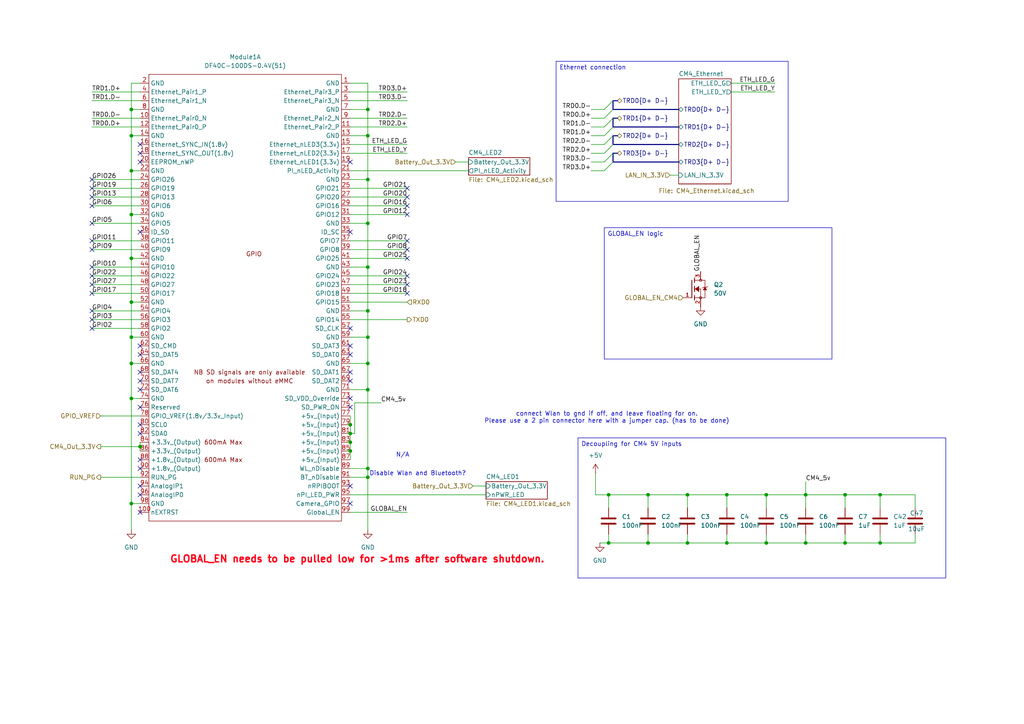
<source format=kicad_sch>
(kicad_sch (version 20250114) (generator "eeschema") (generator_version "9.0")
  (paper "A4")
  (title_block (date "2025-11-19") (rev "0") (company "Davide"))
  (lib_symbols
    (symbol "#dzdb:g_cap/C-100n-0603" (pin_numbers hide) (pin_names (offset 0.254))
      (property "Reference" "C" (at 0.635 2.54 0))
      (property "Value" "100nF" (at 0.635 -2.54 0))
      (symbol "g_cap/C-100n-0603_0_1"
        (polyline (pts (xy -2.032 0.762) (xy 2.032 0.762)) (stroke (width 0.508)))
        (polyline (pts (xy -2.032 -0.762) (xy 2.032 -0.762)) (stroke (width 0.508)))
      )
      (symbol "g_cap/C-100n-0603_1_1"
        (pin passive line (at 0 3.81 270) (length 2.794) (name "~") (number "1"))
        (pin passive line (at 0 -3.81 90) (length 2.794) (name "~") (number "2"))
      )
    )
    (symbol "#dzdb:g_cap/C-1u-0603" (pin_numbers hide) (pin_names (offset 0.254))
      (property "Reference" "C" (at 0.635 2.54 0))
      (property "Value" "1uF" (at 0.635 -2.54 0))
      (symbol "g_cap/C-1u-0603_0_1"
        (polyline (pts (xy -2.032 0.762) (xy 2.032 0.762)) (stroke (width 0.508)))
        (polyline (pts (xy -2.032 -0.762) (xy 2.032 -0.762)) (stroke (width 0.508)))
      )
      (symbol "g_cap/C-1u-0603_1_1"
        (pin passive line (at 0 3.81 270) (length 2.794) (name "~") (number "1"))
        (pin passive line (at 0 -3.81 90) (length 2.794) (name "~") (number "2"))
      )
    )
    (symbol "#dzdb:s_cap/C-MUR-GRM32EC72A106KE05" (pin_numbers hide) (pin_names (offset 0.254))
      (property "Reference" "C" (at 0.635 2.54 0))
      (property "Value" "10uF" (at 0.635 -2.54 0))
      (symbol "s_cap/C-MUR-GRM32EC72A106KE05_0_1"
        (polyline (pts (xy -2.032 0.762) (xy 2.032 0.762)) (stroke (width 0.508)))
        (polyline (pts (xy -2.032 -0.762) (xy 2.032 -0.762)) (stroke (width 0.508)))
      )
      (symbol "s_cap/C-MUR-GRM32EC72A106KE05_1_1"
        (pin passive line (at 0 3.81 270) (length 2.794) (name "~") (number "1"))
        (pin passive line (at 0 -3.81 90) (length 2.794) (name "~") (number "2"))
      )
    )
    (symbol "#dzdb:s_con/CON-DF40C-100DS-0.4V51"
      (property "Reference" "Module?" (at -2.54 61.595 0))
      (property "Value" "DF40C-100DS-0.4V(51)" (at -2.54 59.2836 0))
      (symbol "s_con/CON-DF40C-100DS-0.4V51_1_0"
        (text "GPIO" (at 0 6.35 0) (effects (font (size 1.27 1.27))))
      )
      (symbol "s_con/CON-DF40C-100DS-0.4V51_1_1"
        (rectangle (start -30.48 -71.12) (end 25.4 58.42))
        (text "600mA Max" (at -8.89 -48.26 0) (effects (font (size 1.27 1.27))))
        (text "600mA Max" (at -8.89 -53.34 0) (effects (font (size 1.27 1.27))))
        (text "NB SD signals are only available" (at -1.27 -27.94 0) (effects (font (size 1.27 1.27))))
        (text "on modules without eMMC" (at -1.27 -30.48 0) (effects (font (size 1.27 1.27))))
        (pin power_in line (at -33.02 55.88 0) (length 2.54) (name "GND") (number "2"))
        (pin passive line (at -33.02 53.34 0) (length 2.54) (name "Ethernet_Pair1_P") (number "4"))
        (pin passive line (at -33.02 50.8 0) (length 2.54) (name "Ethernet_Pair1_N") (number "6"))
        (pin power_in line (at -33.02 48.26 0) (length 2.54) (name "GND") (number "8"))
        (pin passive line (at -33.02 45.72 0) (length 2.54) (name "Ethernet_Pair0_N") (number "10"))
        (pin passive line (at -33.02 43.18 0) (length 2.54) (name "Ethernet_Pair0_P") (number "12"))
        (pin power_in line (at -33.02 40.64 0) (length 2.54) (name "GND") (number "14"))
        (pin input line (at -33.02 38.1 0) (length 2.54) (name "Ethernet_SYNC_IN(1.8v)") (number "16"))
        (pin input line (at -33.02 35.56 0) (length 2.54) (name "Ethernet_SYNC_OUT(1.8v)") (number "18"))
        (pin passive line (at -33.02 33.02 0) (length 2.54) (name "EEPROM_nWP") (number "20"))
        (pin power_in line (at -33.02 30.48 0) (length 2.54) (name "GND") (number "22"))
        (pin passive line (at -33.02 27.94 0) (length 2.54) (name "GPIO26") (number "24"))
        (pin passive line (at -33.02 25.4 0) (length 2.54) (name "GPIO19") (number "26"))
        (pin passive line (at -33.02 22.86 0) (length 2.54) (name "GPIO13") (number "28"))
        (pin passive line (at -33.02 20.32 0) (length 2.54) (name "GPIO6") (number "30"))
        (pin power_in line (at -33.02 17.78 0) (length 2.54) (name "GND") (number "32"))
        (pin passive line (at -33.02 15.24 0) (length 2.54) (name "GPIO5") (number "34"))
        (pin passive line (at -33.02 12.7 0) (length 2.54) (name "ID_SD") (number "36"))
        (pin passive line (at -33.02 10.16 0) (length 2.54) (name "GPIO11") (number "38"))
        (pin passive line (at -33.02 7.62 0) (length 2.54) (name "GPIO9") (number "40"))
        (pin power_in line (at -33.02 5.08 0) (length 2.54) (name "GND") (number "42"))
        (pin passive line (at -33.02 2.54 0) (length 2.54) (name "GPIO10") (number "44"))
        (pin passive line (at -33.02 0 0) (length 2.54) (name "GPIO22") (number "46"))
        (pin passive line (at -33.02 -2.54 0) (length 2.54) (name "GPIO27") (number "48"))
        (pin passive line (at -33.02 -5.08 0) (length 2.54) (name "GPIO17") (number "50"))
        (pin power_in line (at -33.02 -7.62 0) (length 2.54) (name "GND") (number "52"))
        (pin passive line (at -33.02 -10.16 0) (length 2.54) (name "GPIO4") (number "54"))
        (pin passive line (at -33.02 -12.7 0) (length 2.54) (name "GPIO3") (number "56"))
        (pin passive line (at -33.02 -15.24 0) (length 2.54) (name "GPIO2") (number "58"))
        (pin power_in line (at -33.02 -17.78 0) (length 2.54) (name "GND") (number "60"))
        (pin passive line (at -33.02 -20.32 0) (length 2.54) (name "SD_CMD") (number "62"))
        (pin passive line (at -33.02 -22.86 0) (length 2.54) (name "SD_DAT5") (number "64"))
        (pin power_in line (at -33.02 -25.4 0) (length 2.54) (name "GND") (number "66"))
        (pin passive line (at -33.02 -27.94 0) (length 2.54) (name "SD_DAT4") (number "68"))
        (pin passive line (at -33.02 -30.48 0) (length 2.54) (name "SD_DAT7") (number "70"))
        (pin passive line (at -33.02 -33.02 0) (length 2.54) (name "SD_DAT6") (number "72"))
        (pin power_in line (at -33.02 -35.56 0) (length 2.54) (name "GND") (number "74"))
        (pin passive line (at -33.02 -38.1 0) (length 2.54) (name "Reserved") (number "76"))
        (pin power_in line (at -33.02 -40.64 0) (length 2.54) (name "GPIO_VREF(1.8v/3.3v_Input)") (number "78"))
        (pin passive line (at -33.02 -43.18 0) (length 2.54) (name "SCL0") (number "80"))
        (pin passive line (at -33.02 -45.72 0) (length 2.54) (name "SDA0") (number "82"))
        (pin power_out line (at -33.02 -48.26 0) (length 2.54) (name "+3.3v_(Output)") (number "84"))
        (pin power_out line (at -33.02 -50.8 0) (length 2.54) (name "+3.3v_(Output)") (number "86"))
        (pin power_out line (at -33.02 -53.34 0) (length 2.54) (name "+1.8v_(Output)") (number "88"))
        (pin power_out line (at -33.02 -55.88 0) (length 2.54) (name "+1.8v_(Output)") (number "90"))
        (pin passive line (at -33.02 -58.42 0) (length 2.54) (name "RUN_PG") (number "92"))
        (pin passive line (at -33.02 -60.96 0) (length 2.54) (name "AnalogIP1") (number "94"))
        (pin passive line (at -33.02 -63.5 0) (length 2.54) (name "AnalogIP0") (number "96"))
        (pin power_in line (at -33.02 -66.04 0) (length 2.54) (name "GND") (number "98"))
        (pin output line (at -33.02 -68.58 0) (length 2.54) (name "nEXTRST") (number "100"))
        (pin power_in line (at 27.94 55.88 180) (length 2.54) (name "GND") (number "1"))
        (pin passive line (at 27.94 53.34 180) (length 2.54) (name "Ethernet_Pair3_P") (number "3"))
        (pin passive line (at 27.94 50.8 180) (length 2.54) (name "Ethernet_Pair3_N") (number "5"))
        (pin power_in line (at 27.94 48.26 180) (length 2.54) (name "GND") (number "7"))
        (pin passive line (at 27.94 45.72 180) (length 2.54) (name "Ethernet_Pair2_N") (number "9"))
        (pin passive line (at 27.94 43.18 180) (length 2.54) (name "Ethernet_Pair2_P") (number "11"))
        (pin power_in line (at 27.94 40.64 180) (length 2.54) (name "GND") (number "13"))
        (pin output line (at 27.94 38.1 180) (length 2.54) (name "Ethernet_nLED3(3.3v)") (number "15"))
        (pin output line (at 27.94 35.56 180) (length 2.54) (name "Ethernet_nLED2(3.3v)") (number "17"))
        (pin output line (at 27.94 33.02 180) (length 2.54) (name "Ethernet_nLED1(3.3v)") (number "19"))
        (pin open_collector line (at 27.94 30.48 180) (length 2.54) (name "PI_nLED_Activity") (number "21"))
        (pin power_in line (at 27.94 27.94 180) (length 2.54) (name "GND") (number "23"))
        (pin passive line (at 27.94 25.4 180) (length 2.54) (name "GPIO21") (number "25"))
        (pin passive line (at 27.94 22.86 180) (length 2.54) (name "GPIO20") (number "27"))
        (pin passive line (at 27.94 20.32 180) (length 2.54) (name "GPIO16") (number "29"))
        (pin passive line (at 27.94 17.78 180) (length 2.54) (name "GPIO12") (number "31"))
        (pin power_in line (at 27.94 15.24 180) (length 2.54) (name "GND") (number "33"))
        (pin passive line (at 27.94 12.7 180) (length 2.54) (name "ID_SC") (number "35"))
        (pin passive line (at 27.94 10.16 180) (length 2.54) (name "GPIO7") (number "37"))
        (pin passive line (at 27.94 7.62 180) (length 2.54) (name "GPIO8") (number "39"))
        (pin passive line (at 27.94 5.08 180) (length 2.54) (name "GPIO25") (number "41"))
        (pin power_in line (at 27.94 2.54 180) (length 2.54) (name "GND") (number "43"))
        (pin passive line (at 27.94 0 180) (length 2.54) (name "GPIO24") (number "45"))
        (pin passive line (at 27.94 -2.54 180) (length 2.54) (name "GPIO23") (number "47"))
        (pin passive line (at 27.94 -5.08 180) (length 2.54) (name "GPIO18") (number "49"))
        (pin passive line (at 27.94 -7.62 180) (length 2.54) (name "GPIO15") (number "51"))
        (pin power_in line (at 27.94 -10.16 180) (length 2.54) (name "GND") (number "53"))
        (pin passive line (at 27.94 -12.7 180) (length 2.54) (name "GPIO14") (number "55"))
        (pin passive line (at 27.94 -15.24 180) (length 2.54) (name "SD_CLK") (number "57"))
        (pin power_in line (at 27.94 -17.78 180) (length 2.54) (name "GND") (number "59"))
        (pin passive line (at 27.94 -20.32 180) (length 2.54) (name "SD_DAT3") (number "61"))
        (pin passive line (at 27.94 -22.86 180) (length 2.54) (name "SD_DAT0") (number "63"))
        (pin power_in line (at 27.94 -25.4 180) (length 2.54) (name "GND") (number "65"))
        (pin passive line (at 27.94 -27.94 180) (length 2.54) (name "SD_DAT1") (number "67"))
        (pin passive line (at 27.94 -30.48 180) (length 2.54) (name "SD_DAT2") (number "69"))
        (pin power_in line (at 27.94 -33.02 180) (length 2.54) (name "GND") (number "71"))
        (pin input line (at 27.94 -35.56 180) (length 2.54) (name "SD_VDD_Override") (number "73"))
        (pin output line (at 27.94 -38.1 180) (length 2.54) (name "SD_PWR_ON") (number "75"))
        (pin power_in line (at 27.94 -40.64 180) (length 2.54) (name "+5v_(Input)") (number "77"))
        (pin power_in line (at 27.94 -43.18 180) (length 2.54) (name "+5v_(Input)") (number "79"))
        (pin power_in line (at 27.94 -45.72 180) (length 2.54) (name "+5v_(Input)") (number "81"))
        (pin power_in line (at 27.94 -48.26 180) (length 2.54) (name "+5v_(Input)") (number "83"))
        (pin power_in line (at 27.94 -50.8 180) (length 2.54) (name "+5v_(Input)") (number "85"))
        (pin power_in line (at 27.94 -53.34 180) (length 2.54) (name "+5v_(Input)") (number "87"))
        (pin input line (at 27.94 -55.88 180) (length 2.54) (name "WL_nDisable") (number "89"))
        (pin input line (at 27.94 -58.42 180) (length 2.54) (name "BT_nDisable") (number "91"))
        (pin input line (at 27.94 -60.96 180) (length 2.54) (name "nRPIBOOT") (number "93"))
        (pin output line (at 27.94 -63.5 180) (length 2.54) (name "nPI_LED_PWR") (number "95"))
        (pin passive line (at 27.94 -66.04 180) (length 2.54) (name "Camera_GPIO") (number "97"))
        (pin input line (at 27.94 -68.58 180) (length 2.54) (name "Global_EN") (number "99"))
      )
      (symbol "s_con/CON-DF40C-100DS-0.4V51_2_1"
        (rectangle (start 114.3 -66.04) (end 165.1 63.5))
        (text "High Speed Serial" (at 140.97 0 0) (effects (font (size 1.27 1.27))))
        (pin input line (at 109.22 60.96 0) (length 5.08) (name "PCIe_CLK_nREQ") (number "102"))
        (pin passive line (at 109.22 58.42 0) (length 5.08) (name "Reserved") (number "104"))
        (pin passive line (at 109.22 55.88 0) (length 5.08) (name "Reserved") (number "106"))
        (pin power_in line (at 109.22 53.34 0) (length 5.08) (name "GND") (number "108"))
        (pin output line (at 109.22 50.8 0) (length 5.08) (name "PCIe_CLK_P") (number "110"))
        (pin output line (at 109.22 48.26 0) (length 5.08) (name "PCIe_CLK_N") (number "112"))
        (pin power_in line (at 109.22 45.72 0) (length 5.08) (name "GND") (number "114"))
        (pin input line (at 109.22 43.18 0) (length 5.08) (name "PCIe_RX_P") (number "116"))
        (pin input line (at 109.22 40.64 0) (length 5.08) (name "PCIe_RX_N") (number "118"))
        (pin power_in line (at 109.22 38.1 0) (length 5.08) (name "GND") (number "120"))
        (pin output line (at 109.22 35.56 0) (length 5.08) (name "PCIe_TX_P") (number "122"))
        (pin output line (at 109.22 33.02 0) (length 5.08) (name "PCIe_TX_N") (number "124"))
        (pin power_in line (at 109.22 30.48 0) (length 5.08) (name "GND") (number "126"))
        (pin input line (at 109.22 27.94 0) (length 5.08) (name "CAM0_D0_N") (number "128"))
        (pin input line (at 109.22 25.4 0) (length 5.08) (name "CAM0_D0_P") (number "130"))
        (pin power_in line (at 109.22 22.86 0) (length 5.08) (name "GND") (number "132"))
        (pin input line (at 109.22 20.32 0) (length 5.08) (name "CAM0_D1_N") (number "134"))
        (pin input line (at 109.22 17.78 0) (length 5.08) (name "CAM0_D1_P") (number "136"))
        (pin power_in line (at 109.22 15.24 0) (length 5.08) (name "GND") (number "138"))
        (pin input line (at 109.22 12.7 0) (length 5.08) (name "CAM0_C_N") (number "140"))
        (pin input line (at 109.22 10.16 0) (length 5.08) (name "CAM0_C_P") (number "142"))
        (pin power_in line (at 109.22 7.62 0) (length 5.08) (name "GND") (number "144"))
        (pin output line (at 109.22 5.08 0) (length 5.08) (name "HDMI1_TX2_P") (number "146"))
        (pin output line (at 109.22 2.54 0) (length 5.08) (name "HDMI1_TX2_N") (number "148"))
        (pin power_in line (at 109.22 0 0) (length 5.08) (name "GND") (number "150"))
        (pin output line (at 109.22 -2.54 0) (length 5.08) (name "HDMI1_TX1_P") (number "152"))
        (pin output line (at 109.22 -5.08 0) (length 5.08) (name "HDMI1_TX1_N") (number "154"))
        (pin power_in line (at 109.22 -7.62 0) (length 5.08) (name "GND") (number "156"))
        (pin output line (at 109.22 -10.16 0) (length 5.08) (name "HDMI1_TX0_P") (number "158"))
        (pin output line (at 109.22 -12.7 0) (length 5.08) (name "HDMI1_TX0_N") (number "160"))
        (pin power_in line (at 109.22 -15.24 0) (length 5.08) (name "GND") (number "162"))
        (pin output line (at 109.22 -17.78 0) (length 5.08) (name "HDMI1_CLK_P") (number "164"))
        (pin output line (at 109.22 -20.32 0) (length 5.08) (name "HDMI1_CLK_N") (number "166"))
        (pin power_in line (at 109.22 -22.86 0) (length 5.08) (name "GND") (number "168"))
        (pin output line (at 109.22 -25.4 0) (length 5.08) (name "HDMI0_TX2_P") (number "170"))
        (pin output line (at 109.22 -27.94 0) (length 5.08) (name "HDMI0_TX2_N") (number "172"))
        (pin power_in line (at 109.22 -30.48 0) (length 5.08) (name "GND") (number "174"))
        (pin output line (at 109.22 -33.02 0) (length 5.08) (name "HDMI0_TX1_P") (number "176"))
        (pin output line (at 109.22 -35.56 0) (length 5.08) (name "HDMI0_TX1_N") (number "178"))
        (pin power_in line (at 109.22 -38.1 0) (length 5.08) (name "GND") (number "180"))
        (pin output line (at 109.22 -40.64 0) (length 5.08) (name "HDMI0_TX0_P") (number "182"))
        (pin output line (at 109.22 -43.18 0) (length 5.08) (name "HDMI0_TX0_N") (number "184"))
        (pin power_in line (at 109.22 -45.72 0) (length 5.08) (name "GND") (number "186"))
        (pin output line (at 109.22 -48.26 0) (length 5.08) (name "HDMI0_CLK_P") (number "188"))
        (pin output line (at 109.22 -50.8 0) (length 5.08) (name "HDMI0_CLK_N") (number "190"))
        (pin power_in line (at 109.22 -53.34 0) (length 5.08) (name "GND") (number "192"))
        (pin output line (at 109.22 -55.88 0) (length 5.08) (name "DSI1_D3_N") (number "194"))
        (pin output line (at 109.22 -58.42 0) (length 5.08) (name "DSI1_D3_P") (number "196"))
        (pin power_in line (at 109.22 -60.96 0) (length 5.08) (name "GND") (number "198"))
        (pin open_collector line (at 109.22 -63.5 0) (length 5.08) (name "HDMI0_SCL") (number "200"))
        (pin input line (at 170.18 60.96 180) (length 5.08) (name "USB_OTG_ID") (number "101"))
        (pin passive line (at 170.18 58.42 180) (length 5.08) (name "USB2_N") (number "103"))
        (pin passive line (at 170.18 55.88 180) (length 5.08) (name "USB2_P") (number "105"))
        (pin power_in line (at 170.18 53.34 180) (length 5.08) (name "GND") (number "107"))
        (pin bidirectional line (at 170.18 50.8 180) (length 5.08) (name "PCIe_nRST") (number "109"))
        (pin passive line (at 170.18 48.26 180) (length 5.08) (name "VDAC_COMP") (number "111"))
        (pin power_in line (at 170.18 45.72 180) (length 5.08) (name "GND") (number "113"))
        (pin input line (at 170.18 43.18 180) (length 5.08) (name "CAM1_D0_N") (number "115"))
        (pin input line (at 170.18 40.64 180) (length 5.08) (name "CAM1_D0_P") (number "117"))
        (pin power_in line (at 170.18 38.1 180) (length 5.08) (name "GND") (number "119"))
        (pin input line (at 170.18 35.56 180) (length 5.08) (name "CAM1_D1_N") (number "121"))
        (pin input line (at 170.18 33.02 180) (length 5.08) (name "CAM1_D1_P") (number "123"))
        (pin power_in line (at 170.18 30.48 180) (length 5.08) (name "GND") (number "125"))
        (pin input line (at 170.18 27.94 180) (length 5.08) (name "CAM1_C_N") (number "127"))
        (pin input line (at 170.18 25.4 180) (length 5.08) (name "CAM1_C_P") (number "129"))
        (pin power_in line (at 170.18 22.86 180) (length 5.08) (name "GND") (number "131"))
        (pin input line (at 170.18 20.32 180) (length 5.08) (name "CAM1_D2_N") (number "133"))
        (pin input line (at 170.18 17.78 180) (length 5.08) (name "CAM1_D2_P") (number "135"))
        (pin power_in line (at 170.18 15.24 180) (length 5.08) (name "GND") (number "137"))
        (pin input line (at 170.18 12.7 180) (length 5.08) (name "CAM1_D3_N") (number "139"))
        (pin input line (at 170.18 10.16 180) (length 5.08) (name "CAM1_D3_P") (number "141"))
        (pin input line (at 170.18 7.62 180) (length 5.08) (name "HDMI1_HOTPLUG") (number "143"))
        (pin bidirectional line (at 170.18 5.08 180) (length 5.08) (name "HDMI1_SDA") (number "145"))
        (pin open_collector line (at 170.18 2.54 180) (length 5.08) (name "HDMI1_SCL") (number "147"))
        (pin open_collector line (at 170.18 0 180) (length 5.08) (name "HDMI1_CEC") (number "149"))
        (pin open_collector line (at 170.18 -2.54 180) (length 5.08) (name "HDMI0_CEC") (number "151"))
        (pin input line (at 170.18 -5.08 180) (length 5.08) (name "HDMI0_HOTPLUG") (number "153"))
        (pin power_in line (at 170.18 -7.62 180) (length 5.08) (name "GND") (number "155"))
        (pin output line (at 170.18 -10.16 180) (length 5.08) (name "DSI0_D0_N") (number "157"))
        (pin output line (at 170.18 -12.7 180) (length 5.08) (name "DSI0_D0_P") (number "159"))
        (pin power_in line (at 170.18 -15.24 180) (length 5.08) (name "GND") (number "161"))
        (pin output line (at 170.18 -17.78 180) (length 5.08) (name "DSI0_D1_N") (number "163"))
        (pin output line (at 170.18 -20.32 180) (length 5.08) (name "DSI0_D1_P") (number "165"))
        (pin power_in line (at 170.18 -22.86 180) (length 5.08) (name "GND") (number "167"))
        (pin output line (at 170.18 -25.4 180) (length 5.08) (name "DSI0_C_N") (number "169"))
        (pin output line (at 170.18 -27.94 180) (length 5.08) (name "DSI0_C_P") (number "171"))
        (pin power_in line (at 170.18 -30.48 180) (length 5.08) (name "GND") (number "173"))
        (pin output line (at 170.18 -33.02 180) (length 5.08) (name "DSI1_D0_N") (number "175"))
        (pin output line (at 170.18 -35.56 180) (length 5.08) (name "DSI1_D0_P") (number "177"))
        (pin power_in line (at 170.18 -38.1 180) (length 5.08) (name "GND") (number "179"))
        (pin output line (at 170.18 -40.64 180) (length 5.08) (name "DSI1_D1_N") (number "181"))
        (pin output line (at 170.18 -43.18 180) (length 5.08) (name "DSI1_D1_P") (number "183"))
        (pin power_in line (at 170.18 -45.72 180) (length 5.08) (name "GND") (number "185"))
        (pin output line (at 170.18 -48.26 180) (length 5.08) (name "DSI1_C_N") (number "187"))
        (pin output line (at 170.18 -50.8 180) (length 5.08) (name "DSI1_C_P") (number "189"))
        (pin power_in line (at 170.18 -53.34 180) (length 5.08) (name "GND") (number "191"))
        (pin output line (at 170.18 -55.88 180) (length 5.08) (name "DSI1_D2_N") (number "193"))
        (pin output line (at 170.18 -58.42 180) (length 5.08) (name "DSI1_D2_P") (number "195"))
        (pin power_in line (at 170.18 -60.96 180) (length 5.08) (name "GND") (number "197"))
        (pin bidirectional line (at 170.18 -63.5 180) (length 5.08) (name "HDMI0_SDA") (number "199"))
      )
    )
    (symbol "#dzdb:s_misc/ONSE-BSS138" (pin_names (offset 1.016))
      (property "Reference" "Q" (at -8.89 2.54 0))
      (property "Value" "50V" (at -8.89 -7.62 0))
      (symbol "s_misc/ONSE-BSS138_0_0"
        (polyline (pts (xy 0 2.54) (xy 0 -2.54)) (stroke (width 0.254)))
        (polyline (pts (xy 0.762 3.175) (xy 0.762 2.54)) (stroke (width 0.254)))
        (polyline (pts (xy 0.762 2.54) (xy 0.762 1.905)) (stroke (width 0.254)))
        (polyline (pts (xy 0.762 2.54) (xy 3.81 2.54)) (stroke (width 0.1524)))
        (polyline (pts (xy 0.762 0.762) (xy 0.762 0)) (stroke (width 0.254)))
        (polyline (pts (xy 0.762 0) (xy 0.762 -0.762)) (stroke (width 0.254)))
        (polyline (pts (xy 0.762 0) (xy 2.54 0)) (stroke (width 0.1524)))
        (polyline (pts (xy 0.762 -1.905) (xy 0.762 -2.54)) (stroke (width 0.254)))
        (polyline (pts (xy 0.762 -2.54) (xy 0.762 -3.175)) (stroke (width 0.254)))
        (polyline (pts (xy 1.016 0) (xy 2.032 0.762) (xy 2.032 -0.762) (xy 1.016 0)) (stroke (width 0.1524)) (fill (type outline)))
        (circle (center 2.54 2.54) (radius 0.3592))
        (polyline (pts (xy 2.54 0) (xy 2.54 -2.54)) (stroke (width 0.1524)))
        (polyline (pts (xy 2.54 -2.54) (xy 0.762 -2.54)) (stroke (width 0.1524)))
        (polyline (pts (xy 2.54 -2.54) (xy 3.81 -2.54)) (stroke (width 0.1524)))
        (circle (center 2.54 -2.54) (radius 0.3592))
        (polyline (pts (xy 3.302 0.508) (xy 3.048 0.254)) (stroke (width 0.1524)))
        (polyline (pts (xy 3.81 2.54) (xy 3.81 0.508)) (stroke (width 0.1524)))
        (polyline (pts (xy 3.81 0.508) (xy 3.302 0.508)) (stroke (width 0.1524)))
        (polyline (pts (xy 3.81 0.508) (xy 3.81 -2.54)) (stroke (width 0.1524)))
        (polyline (pts (xy 3.81 0.508) (xy 3.302 -0.254) (xy 4.318 -0.254) (xy 3.81 0.508)) (stroke (width 0.1524)) (fill (type outline)))
        (polyline (pts (xy 4.318 0.508) (xy 3.81 0.508)) (stroke (width 0.1524)))
        (polyline (pts (xy 4.572 0.762) (xy 4.318 0.508)) (stroke (width 0.1524)))
        (pin passive line (at -2.54 -2.54 0) (length 2.54) (name "~") (number "1"))
        (pin passive line (at 2.54 5.08 270) (length 2.54) (name "~") (number "3"))
        (pin passive line (at 2.54 -5.08 90) (length 2.54) (name "~") (number "2"))
      )
    )
    (symbol "power:+5V" (power) (pin_numbers hide) (pin_names (offset 0) hide)
      (property "Value" "+5V" (at 0 3.556 0))
      (symbol "+5V_0_1"
        (polyline (pts (xy -0.762 1.27) (xy 0 2.54)))
        (polyline (pts (xy 0 2.54) (xy 0.762 1.27)))
        (polyline (pts (xy 0 0) (xy 0 2.54)))
      )
      (symbol "+5V_1_1"
        (pin power_in line (at 0 0 90) (length 0) (name "~") (number "1"))
      )
    )
    (symbol "power:GND" (power) (pin_numbers hide) (pin_names (offset 0) hide)
      (property "Value" "GND" (at 0 -3.81 0))
      (symbol "GND_0_1"
        (polyline (pts (xy 0 0) (xy 0 -1.27) (xy 1.27 -1.27) (xy 0 -2.54) (xy -1.27 -1.27) (xy 0 -1.27)))
      )
      (symbol "GND_1_1"
        (pin power_in line (at 0 0 270) (length 0) (name "~") (number "1"))
      )
    )
  )
  (junction (at 222.25 157.48))
  (junction (at 106.68 97.79))
  (junction (at 222.25 143.51))
  (junction (at 187.96 143.51))
  (junction (at 106.68 64.77))
  (junction (at 199.39 143.51))
  (junction (at 255.27 157.48))
  (junction (at 106.68 138.43))
  (junction (at 40.64 129.54))
  (junction (at 38.1 146.05))
  (junction (at 255.27 143.51))
  (junction (at 106.68 90.17))
  (junction (at 233.68 157.48))
  (junction (at 38.1 115.57))
  (junction (at 233.68 143.51))
  (junction (at 38.1 87.63))
  (junction (at 106.68 31.75))
  (junction (at 176.53 143.51))
  (junction (at 106.68 77.47))
  (junction (at 106.68 113.03))
  (junction (at 210.82 143.51))
  (junction (at 38.1 39.37))
  (junction (at 245.11 157.48))
  (junction (at 187.96 157.48))
  (junction (at 101.6 128.27))
  (junction (at 38.1 49.53))
  (junction (at 101.6 125.73))
  (junction (at 106.68 52.07))
  (junction (at 101.6 130.81))
  (junction (at 101.6 123.19))
  (junction (at 106.68 105.41))
  (junction (at 176.53 157.48))
  (junction (at 199.39 157.48))
  (junction (at 210.82 157.48))
  (junction (at 38.1 74.93))
  (junction (at 38.1 62.23))
  (junction (at 38.1 105.41))
  (junction (at 38.1 31.75))
  (junction (at 106.68 135.89))
  (junction (at 106.68 39.37))
  (junction (at 38.1 97.79))
  (junction (at 245.11 143.51))
  (no_connect (at 40.64 100.33))
  (no_connect (at 26.67 69.85))
  (no_connect (at 26.67 54.61))
  (no_connect (at 118.11 74.93))
  (no_connect (at 40.64 41.91))
  (no_connect (at 40.64 125.73))
  (no_connect (at 26.67 77.47))
  (no_connect (at 101.6 140.97))
  (no_connect (at 26.67 92.71))
  (no_connect (at 101.6 146.05))
  (no_connect (at 118.11 82.55))
  (no_connect (at 26.67 80.01))
  (no_connect (at 101.6 46.99))
  (no_connect (at 26.67 57.15))
  (no_connect (at 101.6 95.25))
  (no_connect (at 118.11 59.69))
  (no_connect (at 101.6 115.57))
  (no_connect (at 40.64 123.19))
  (no_connect (at 118.11 62.23))
  (no_connect (at 118.11 54.61))
  (no_connect (at 101.6 118.11))
  (no_connect (at 40.64 102.87))
  (no_connect (at 26.67 64.77))
  (no_connect (at 40.64 44.45))
  (no_connect (at 118.11 85.09))
  (no_connect (at 26.67 52.07))
  (no_connect (at 101.6 102.87))
  (no_connect (at 101.6 67.31))
  (no_connect (at 40.64 107.95))
  (no_connect (at 40.64 67.31))
  (no_connect (at 26.67 85.09))
  (no_connect (at 26.67 95.25))
  (no_connect (at 118.11 57.15))
  (no_connect (at 101.6 100.33))
  (no_connect (at 26.67 59.69))
  (no_connect (at 40.64 143.51))
  (no_connect (at 101.6 110.49))
  (no_connect (at 101.6 107.95))
  (no_connect (at 40.64 140.97))
  (no_connect (at 40.64 148.59))
  (no_connect (at 26.67 90.17))
  (no_connect (at 118.11 80.01))
  (no_connect (at 40.64 118.11))
  (no_connect (at 40.64 133.35))
  (no_connect (at 40.64 135.89))
  (no_connect (at 40.64 110.49))
  (no_connect (at 26.67 72.39))
  (no_connect (at 118.11 72.39))
  (no_connect (at 26.67 82.55))
  (no_connect (at 118.11 69.85))
  (no_connect (at 40.64 113.03))
  (no_connect (at 40.64 46.99))
  (bus_entry (at 177.8 34.29) (size -2.54 2.54))
  (bus_entry (at 177.8 36.83) (size -2.54 2.54))
  (bus_entry (at 177.8 31.75) (size -2.54 2.54))
  (bus_entry (at 177.8 41.91) (size -2.54 2.54))
  (bus_entry (at 177.8 46.99) (size -2.54 2.54))
  (bus_entry (at 177.8 44.45) (size -2.54 2.54))
  (bus_entry (at 177.8 39.37) (size -2.54 2.54))
  (bus_entry (at 177.8 29.21) (size -2.54 2.54))
  (wire (pts (xy 38.1 31.75) (xy 38.1 39.37)))
  (wire (pts (xy 106.68 138.43) (xy 106.68 153.67)))
  (wire (pts (xy 40.64 128.27) (xy 40.64 129.54)))
  (wire (pts (xy 40.64 129.54) (xy 40.64 130.81)))
  (wire (pts (xy 101.6 113.03) (xy 106.68 113.03)))
  (wire (pts (xy 106.68 64.77) (xy 106.68 77.47)))
  (wire (pts (xy 101.6 90.17) (xy 106.68 90.17)))
  (wire (pts (xy 265.43 154.94) (xy 265.43 157.48)))
  (wire (pts (xy 101.6 120.65) (xy 101.6 123.19)))
  (wire (pts (xy 101.6 52.07) (xy 106.68 52.07)))
  (wire (pts (xy 175.26 46.99) (xy 171.45 46.99)))
  (wire (pts (xy 224.79 26.67) (xy 212.09 26.67)))
  (wire (pts (xy 245.11 143.51) (xy 245.11 147.32)))
  (wire (pts (xy 106.68 77.47) (xy 106.68 90.17)))
  (wire (pts (xy 101.6 80.01) (xy 118.11 80.01)))
  (wire (pts (xy 101.6 57.15) (xy 118.11 57.15)))
  (wire (pts (xy 175.26 31.75) (xy 171.45 31.75)))
  (wire (pts (xy 101.6 130.81) (xy 101.6 133.35)))
  (wire (pts (xy 106.68 97.79) (xy 106.68 105.41)))
  (wire (pts (xy 101.6 64.77) (xy 106.68 64.77)))
  (wire (pts (xy 101.6 59.69) (xy 118.11 59.69)))
  (wire (pts (xy 26.67 95.25) (xy 40.64 95.25)))
  (wire (pts (xy 40.64 62.23) (xy 38.1 62.23)))
  (wire (pts (xy 233.68 154.94) (xy 233.68 157.48)))
  (wire (pts (xy 233.68 143.51) (xy 222.25 143.51)))
  (wire (pts (xy 187.96 157.48) (xy 199.39 157.48)))
  (bus (pts (xy 179.07 29.21) (xy 177.8 29.21)))
  (wire (pts (xy 106.68 135.89) (xy 106.68 138.43)))
  (wire (pts (xy 255.27 157.48) (xy 265.43 157.48)))
  (wire (pts (xy 101.6 72.39) (xy 118.11 72.39)))
  (wire (pts (xy 175.26 44.45) (xy 171.45 44.45)))
  (wire (pts (xy 233.68 139.7) (xy 233.68 143.51)))
  (wire (pts (xy 40.64 87.63) (xy 38.1 87.63)))
  (wire (pts (xy 38.1 39.37) (xy 38.1 49.53)))
  (wire (pts (xy 210.82 143.51) (xy 199.39 143.51)))
  (wire (pts (xy 101.6 92.71) (xy 118.11 92.71)))
  (wire (pts (xy 26.67 92.71) (xy 40.64 92.71)))
  (wire (pts (xy 101.6 24.13) (xy 106.68 24.13)))
  (wire (pts (xy 106.68 105.41) (xy 106.68 113.03)))
  (wire (pts (xy 40.64 49.53) (xy 38.1 49.53)))
  (wire (pts (xy 26.67 34.29) (xy 40.64 34.29)))
  (wire (pts (xy 172.72 137.16) (xy 172.72 143.51)))
  (wire (pts (xy 38.1 105.41) (xy 38.1 115.57)))
  (wire (pts (xy 38.1 62.23) (xy 38.1 74.93)))
  (wire (pts (xy 245.11 157.48) (xy 245.11 154.94)))
  (wire (pts (xy 132.08 46.99) (xy 135.89 46.99)))
  (wire (pts (xy 101.6 143.51) (xy 140.97 143.51)))
  (wire (pts (xy 38.1 146.05) (xy 38.1 153.67)))
  (wire (pts (xy 102.87 116.84) (xy 102.87 125.73)))
  (wire (pts (xy 101.6 44.45) (xy 118.11 44.45)))
  (wire (pts (xy 222.25 157.48) (xy 222.25 154.94)))
  (wire (pts (xy 101.6 39.37) (xy 106.68 39.37)))
  (wire (pts (xy 175.26 41.91) (xy 171.45 41.91)))
  (wire (pts (xy 26.67 90.17) (xy 40.64 90.17)))
  (bus (pts (xy 179.07 39.37) (xy 177.8 39.37)))
  (wire (pts (xy 40.64 115.57) (xy 38.1 115.57)))
  (wire (pts (xy 40.64 146.05) (xy 38.1 146.05)))
  (wire (pts (xy 101.6 31.75) (xy 106.68 31.75)))
  (wire (pts (xy 199.39 157.48) (xy 210.82 157.48)))
  (wire (pts (xy 175.26 36.83) (xy 171.45 36.83)))
  (wire (pts (xy 40.64 31.75) (xy 38.1 31.75)))
  (wire (pts (xy 245.11 143.51) (xy 255.27 143.51)))
  (wire (pts (xy 26.67 54.61) (xy 40.64 54.61)))
  (wire (pts (xy 26.67 36.83) (xy 40.64 36.83)))
  (wire (pts (xy 26.67 59.69) (xy 40.64 59.69)))
  (wire (pts (xy 176.53 157.48) (xy 187.96 157.48)))
  (wire (pts (xy 187.96 143.51) (xy 187.96 147.32)))
  (wire (pts (xy 137.16 140.97) (xy 140.97 140.97)))
  (wire (pts (xy 106.68 24.13) (xy 106.68 31.75)))
  (wire (pts (xy 222.25 157.48) (xy 233.68 157.48)))
  (wire (pts (xy 38.1 74.93) (xy 38.1 87.63)))
  (wire (pts (xy 26.67 29.21) (xy 40.64 29.21)))
  (wire (pts (xy 26.67 52.07) (xy 40.64 52.07)))
  (wire (pts (xy 38.1 115.57) (xy 38.1 146.05)))
  (wire (pts (xy 101.6 97.79) (xy 106.68 97.79)))
  (wire (pts (xy 101.6 135.89) (xy 106.68 135.89)))
  (wire (pts (xy 106.68 52.07) (xy 106.68 64.77)))
  (wire (pts (xy 101.6 87.63) (xy 118.11 87.63)))
  (wire (pts (xy 101.6 74.93) (xy 118.11 74.93)))
  (wire (pts (xy 40.64 74.93) (xy 38.1 74.93)))
  (wire (pts (xy 101.6 36.83) (xy 118.11 36.83)))
  (wire (pts (xy 26.67 72.39) (xy 40.64 72.39)))
  (wire (pts (xy 210.82 157.48) (xy 210.82 154.94)))
  (wire (pts (xy 176.53 143.51) (xy 172.72 143.51)))
  (wire (pts (xy 106.68 31.75) (xy 106.68 39.37)))
  (wire (pts (xy 222.25 143.51) (xy 222.25 147.32)))
  (wire (pts (xy 40.64 97.79) (xy 38.1 97.79)))
  (bus (pts (xy 177.8 29.21) (xy 177.8 31.75)))
  (wire (pts (xy 29.21 120.65) (xy 40.64 120.65)))
  (wire (pts (xy 26.67 57.15) (xy 40.64 57.15)))
  (wire (pts (xy 26.67 82.55) (xy 40.64 82.55)))
  (wire (pts (xy 106.68 39.37) (xy 106.68 52.07)))
  (wire (pts (xy 101.6 125.73) (xy 101.6 128.27)))
  (wire (pts (xy 175.26 34.29) (xy 171.45 34.29)))
  (wire (pts (xy 26.67 69.85) (xy 40.64 69.85)))
  (wire (pts (xy 26.67 80.01) (xy 40.64 80.01)))
  (wire (pts (xy 222.25 143.51) (xy 210.82 143.51)))
  (bus (pts (xy 177.8 44.45) (xy 177.8 46.99)))
  (wire (pts (xy 224.79 24.13) (xy 212.09 24.13)))
  (wire (pts (xy 101.6 82.55) (xy 118.11 82.55)))
  (wire (pts (xy 194.31 50.8) (xy 196.85 50.8)))
  (bus (pts (xy 177.8 31.75) (xy 196.85 31.75)))
  (wire (pts (xy 187.96 143.51) (xy 176.53 143.51)))
  (wire (pts (xy 26.67 64.77) (xy 40.64 64.77)))
  (bus (pts (xy 177.8 46.99) (xy 196.85 46.99)))
  (wire (pts (xy 38.1 87.63) (xy 38.1 97.79)))
  (wire (pts (xy 210.82 143.51) (xy 210.82 147.32)))
  (wire (pts (xy 102.87 116.84) (xy 110.49 116.84)))
  (wire (pts (xy 101.6 34.29) (xy 118.11 34.29)))
  (wire (pts (xy 176.53 143.51) (xy 176.53 147.32)))
  (wire (pts (xy 101.6 29.21) (xy 118.11 29.21)))
  (wire (pts (xy 233.68 143.51) (xy 233.68 147.32)))
  (wire (pts (xy 38.1 97.79) (xy 38.1 105.41)))
  (wire (pts (xy 175.26 49.53) (xy 171.45 49.53)))
  (wire (pts (xy 29.21 129.54) (xy 40.64 129.54)))
  (wire (pts (xy 101.6 41.91) (xy 118.11 41.91)))
  (wire (pts (xy 106.68 113.03) (xy 106.68 135.89)))
  (bus (pts (xy 177.8 36.83) (xy 196.85 36.83)))
  (wire (pts (xy 101.6 85.09) (xy 118.11 85.09)))
  (wire (pts (xy 199.39 157.48) (xy 199.39 154.94)))
  (wire (pts (xy 40.64 39.37) (xy 38.1 39.37)))
  (bus (pts (xy 179.07 44.45) (xy 177.8 44.45)))
  (bus (pts (xy 179.07 34.29) (xy 177.8 34.29)))
  (bus (pts (xy 177.8 39.37) (xy 177.8 41.91)))
  (wire (pts (xy 40.64 24.13) (xy 38.1 24.13)))
  (bus (pts (xy 177.8 34.29) (xy 177.8 36.83)))
  (wire (pts (xy 101.6 123.19) (xy 101.6 125.73)))
  (wire (pts (xy 173.99 157.48) (xy 176.53 157.48)))
  (wire (pts (xy 101.6 148.59) (xy 118.11 148.59)))
  (wire (pts (xy 38.1 49.53) (xy 38.1 62.23)))
  (wire (pts (xy 40.64 105.41) (xy 38.1 105.41)))
  (wire (pts (xy 26.67 77.47) (xy 40.64 77.47)))
  (wire (pts (xy 102.87 125.73) (xy 101.6 125.73)))
  (wire (pts (xy 101.6 77.47) (xy 106.68 77.47)))
  (wire (pts (xy 245.11 143.51) (xy 233.68 143.51)))
  (wire (pts (xy 38.1 24.13) (xy 38.1 31.75)))
  (wire (pts (xy 187.96 157.48) (xy 187.96 154.94)))
  (bus (pts (xy 177.8 41.91) (xy 196.85 41.91)))
  (wire (pts (xy 233.68 157.48) (xy 245.11 157.48)))
  (wire (pts (xy 199.39 143.51) (xy 199.39 147.32)))
  (wire (pts (xy 101.6 138.43) (xy 106.68 138.43)))
  (wire (pts (xy 106.68 90.17) (xy 106.68 97.79)))
  (wire (pts (xy 255.27 157.48) (xy 245.11 157.48)))
  (wire (pts (xy 101.6 105.41) (xy 106.68 105.41)))
  (wire (pts (xy 175.26 39.37) (xy 171.45 39.37)))
  (wire (pts (xy 101.6 26.67) (xy 118.11 26.67)))
  (wire (pts (xy 29.21 138.43) (xy 40.64 138.43)))
  (wire (pts (xy 101.6 54.61) (xy 118.11 54.61)))
  (wire (pts (xy 101.6 69.85) (xy 118.11 69.85)))
  (wire (pts (xy 210.82 157.48) (xy 222.25 157.48)))
  (wire (pts (xy 199.39 143.51) (xy 187.96 143.51)))
  (wire (pts (xy 26.67 85.09) (xy 40.64 85.09)))
  (wire (pts (xy 176.53 154.94) (xy 176.53 157.48)))
  (wire (pts (xy 101.6 62.23) (xy 118.11 62.23)))
  (wire (pts (xy 101.6 49.53) (xy 135.89 49.53)))
  (wire (pts (xy 255.27 143.51) (xy 255.27 147.32)))
  (wire (pts (xy 255.27 143.51) (xy 265.43 143.51)))
  (wire (pts (xy 26.67 26.67) (xy 40.64 26.67)))
  (wire (pts (xy 101.6 128.27) (xy 101.6 130.81)))
  (wire (pts (xy 255.27 154.94) (xy 255.27 157.48)))
  (wire (pts (xy 265.43 143.51) (xy 265.43 147.32)))
  (image (at 124.46 -27.94))
  (text_box "Ethernet connection" (at 161.29 17.78 0) (size 67.31 40.64) (margins 0.9525 0.9525 0.9525 0.9525) (effects (font (size 1.27 1.27)) (justify left top)))
  (text_box "GLOBAL_EN logic" (at 175.26 66.04 0) (size 66.04 38.1) (margins 0.9525 0.9525 0.9525 0.9525) (effects (font (size 1.27 1.27)) (justify left top)))
  (text_box "Decoupling for CM4 5V inputs" (at 167.64 127 0) (size 106.68 40.64) (margins 0.9525 0.9525 0.9525 0.9525) (effects (font (size 1.27 1.27)) (justify left top)))
  (text "N/A" (at 116.7877 132.0238 0) (effects (font (size 1.27 1.27))))
  (text "connect Wlan to gnd if off, and leave floating for on.\nPlease use a 2 pin connector here with a jumper cap. (has to be done)" (at 176.022 121.158 0) (effects (font (size 1.27 1.27))))
  (text "GLOBAL_EN needs to be pulled low for >1ms after software shutdown." (at 103.632 162.306 0) (effects (font (size 2 2) (thickness 0.4) (bold yes))))
  (text "Disable Wlan and Bluetooth?" (at 121.158 137.414 0) (effects (font (size 1.27 1.27))))
  (label "TRD3.D+" (at 118.11 26.67 180))
  (label "GPIO4" (at 26.67 90.17 0))
  (label "TRD1.D-" (at 26.67 29.21 0))
  (label "GPIO9" (at 26.67 72.39 0))
  (label "TRD2.D-" (at 118.11 34.29 180))
  (label "GPIO10" (at 26.67 77.47 0))
  (label "TRD2.D+" (at 171.45 44.45 180))
  (label "GPIO20" (at 118.11 57.15 180))
  (label "ETH_LED_G" (at 224.79 24.13 180))
  (label "TRD3.D-" (at 118.11 29.21 180))
  (label "GPIO22" (at 26.67 80.01 0))
  (label "GPIO7" (at 118.11 69.85 180))
  (label "GLOBAL_EN" (at 118.11 148.59 180))
  (label "TRD1.D+" (at 171.45 39.37 180))
  (label "GPIO23" (at 118.11 82.55 180))
  (label "GPIO19" (at 26.67 54.61 0))
  (label "TRD0.D+" (at 171.45 34.29 180))
  (label "CM4_5v" (at 233.68 139.7 0))
  (label "CM4_5v" (at 110.49 116.84 0))
  (label "GPIO2" (at 26.67 95.25 0))
  (label "GPIO21" (at 118.11 54.61 180))
  (label "GPIO24" (at 118.11 80.01 180))
  (label "GPIO5" (at 26.67 64.77 0))
  (label "TRD1.D-" (at 171.45 36.83 180))
  (label "GPIO26" (at 26.67 52.07 0))
  (label "GPIO13" (at 26.67 57.15 0))
  (label "GPIO11" (at 26.67 69.85 0))
  (label "GPIO27" (at 26.67 82.55 0))
  (label "GLOBAL_EN" (at 203.2 78.74 90))
  (label "TRD0.D-" (at 171.45 31.75 180))
  (label "TRD0.D+" (at 26.67 36.83 0))
  (label "GPIO12" (at 118.11 62.23 180))
  (label "TRD0.D-" (at 26.67 34.29 0))
  (label "GPIO8" (at 118.11 72.39 180))
  (label "ETH_LED_Y" (at 224.79 26.67 180))
  (label "GPIO16" (at 118.11 59.69 180))
  (label "TRD1.D+" (at 26.67 26.67 0))
  (label "GPIO25" (at 118.11 74.93 180))
  (label "TRD3.D-" (at 171.45 46.99 180))
  (label "ETH_LED_Y" (at 118.11 44.45 180))
  (label "ETH_LED_G" (at 118.11 41.91 180))
  (label "TRD3.D+" (at 171.45 49.53 180))
  (label "TRD2.D+" (at 118.11 36.83 180))
  (label "TRD2.D-" (at 171.45 41.91 180))
  (label "GPIO18" (at 118.11 85.09 180))
  (label "GPIO17" (at 26.67 85.09 0))
  (label "GPIO6" (at 26.67 59.69 0))
  (label "GPIO3" (at 26.67 92.71 0))
  (hierarchical_label "TXD0" (shape output) (at 118.11 92.71 0))
  (hierarchical_label "TRD1{D+ D-}" (shape bidirectional) (at 179.07 34.29 0))
  (hierarchical_label "RXD0" (shape input) (at 118.11 87.63 0))
  (hierarchical_label "RUN_PG" (shape output) (at 29.21 138.43 180))
  (hierarchical_label "TRD2{D+ D-}" (shape bidirectional) (at 179.07 39.37 0))
  (hierarchical_label "GLOBAL_EN_CM4" (shape input) (at 198.12 86.36 180))
  (hierarchical_label "GPIO_VREF" (shape input) (at 29.21 120.65 180))
  (hierarchical_label "TRD0{D+ D-}" (shape bidirectional) (at 179.07 29.21 0))
  (hierarchical_label "Battery_Out_3.3V" (shape input) (at 137.16 140.97 180))
  (hierarchical_label "TRD3{D+ D-}" (shape bidirectional) (at 179.07 44.45 0))
  (hierarchical_label "LAN_IN_3.3V" (shape input) (at 194.31 50.8 180))
  (hierarchical_label "CM4_Out_3.3V" (shape output) (at 29.21 129.54 180))
  (hierarchical_label "Battery_Out_3.3V" (shape input) (at 132.08 46.99 180))
  (symbol (lib_id "#dzdb:g_cap/C-100n-0603") (at 222.25 151.13 0) (unit 1)
    (property "Reference" "C5" (at 226.06 149.8599 0) (effects (justify left)))
    (property "Value" "100nF" (at 226.06 152.3999 0) (effects (justify left)))
    (property "Footprint" "Capacitor_SMD:C_0603_1608Metric" (effects (hide yes)))
    (property "Datasheet" "https://www.we-online.com/components/products/datasheet/885012206095.pdf" (effects (hide yes)))
    (property "Description" "Cap 100nF 50V 0603 C0G ±10%" (effects (hide yes)))
    (property "IPN" "C-100n-0603" (effects (hide yes)))
    (property "MPN" "885012206095" (effects (hide yes)))
    (property "Manufacturer" "Wurth Elektronik" (effects (hide yes)))
    (property "Capacitance" "100nF" (effects (hide yes)))
    (property "Voltage" "50V" (effects (hide yes)))
    (property "Material" "C0G" (effects (hide yes)))
    (property "Tolerance" "10%" (effects (hide yes)))
    (property "Supplier" "Mouser" (effects (hide yes)))
    (property "SPN" "710-885012206095" (effects (hide yes)))
    (property "LCSC" "CXXXXX" (effects (hide yes)))
    (property "Comment" "lifecycle=Active; note=Auto-generated" (effects (hide yes)))
  )
  (symbol (lib_id "power:GND") (at 203.2 88.9 0) (unit 1)
    (property "Reference" "#PWR040" (effects (hide yes)))
    (property "Value" "GND" (at 203.2 93.98 0))
    (property "Description" "Power symbol creates a global label with name \"GND\" , ground" (effects (hide yes)))
  )
  (symbol (lib_id "#dzdb:g_cap/C-100n-0603") (at 199.39 151.13 0) (unit 1)
    (property "Reference" "C3" (at 203.2 149.8599 0) (effects (justify left)))
    (property "Value" "100nF" (at 203.2 152.3999 0) (effects (justify left)))
    (property "Footprint" "Capacitor_SMD:C_0603_1608Metric" (effects (hide yes)))
    (property "Datasheet" "https://www.we-online.com/components/products/datasheet/885012206095.pdf" (effects (hide yes)))
    (property "Description" "Cap 100nF 50V 0603 C0G ±10%" (effects (hide yes)))
    (property "IPN" "C-100n-0603" (effects (hide yes)))
    (property "MPN" "885012206095" (effects (hide yes)))
    (property "Manufacturer" "Wurth Elektronik" (effects (hide yes)))
    (property "Capacitance" "100nF" (effects (hide yes)))
    (property "Voltage" "50V" (effects (hide yes)))
    (property "Material" "C0G" (effects (hide yes)))
    (property "Tolerance" "10%" (effects (hide yes)))
    (property "Supplier" "Mouser" (effects (hide yes)))
    (property "SPN" "710-885012206095" (effects (hide yes)))
    (property "LCSC" "CXXXXX" (effects (hide yes)))
    (property "Comment" "lifecycle=Active; note=Auto-generated" (effects (hide yes)))
  )
  (symbol (lib_id "power:GND") (at 173.99 157.48 0) (unit 1)
    (property "Reference" "#PWR04" (effects (hide yes)))
    (property "Value" "GND" (at 173.99 162.56 0))
    (property "Description" "Power symbol creates a global label with name \"GND\" , ground" (effects (hide yes)))
  )
  (symbol (lib_id "#dzdb:g_cap/C-100n-0603") (at 176.53 151.13 0) (unit 1)
    (property "Reference" "C1" (at 180.34 149.8599 0) (effects (justify left)))
    (property "Value" "100nF" (at 180.34 152.3999 0) (effects (justify left)))
    (property "Footprint" "Capacitor_SMD:C_0603_1608Metric" (effects (hide yes)))
    (property "Datasheet" "https://www.we-online.com/components/products/datasheet/885012206095.pdf" (effects (hide yes)))
    (property "Description" "Cap 100nF 50V 0603 C0G ±10%" (effects (hide yes)))
    (property "IPN" "C-100n-0603" (effects (hide yes)))
    (property "MPN" "885012206095" (effects (hide yes)))
    (property "Manufacturer" "Wurth Elektronik" (effects (hide yes)))
    (property "Capacitance" "100nF" (effects (hide yes)))
    (property "Voltage" "50V" (effects (hide yes)))
    (property "Material" "C0G" (effects (hide yes)))
    (property "Tolerance" "10%" (effects (hide yes)))
    (property "Supplier" "Mouser" (effects (hide yes)))
    (property "SPN" "710-885012206095" (effects (hide yes)))
    (property "LCSC" "CXXXXX" (effects (hide yes)))
    (property "Comment" "lifecycle=Active; note=Auto-generated" (effects (hide yes)))
  )
  (symbol (lib_id "#dzdb:s_con/CON-DF40C-100DS-0.4V51") (at 73.66 80.01 0) (unit 1)
    (property "Reference" "Module1" (at 71.12 16.51 0))
    (property "Value" "DF40C-100DS-0.4V(51)" (at 71.12 19.05 0))
    (property "Footprint" "dz_con:Con-Raspberry-Pi-4-Compute-Module" (effects (hide yes)))
    (property "Description" "100-pin 0.4mm Pitch Board-to-Board Connector 100P 0.4mm Pitch" (effects (hide yes)))
    (property "Field4" "Hirose" (effects (hide yes)))
    (property "Field5" "2off DF40C-100DS-0.4V" (effects (hide yes)))
    (property "Field6" "2off DF40C-100DS-0.4V" (effects (hide yes)))
    (property "Field7" "Hirose" (effects (hide yes)))
    (property "Part Description" "100 Position Connector Receptacle, Center Strip Contacts Surface Mount Gold" (effects (hide yes)))
    (property "IPN" "CON-DF40C-100DS-0.4V51" (effects (hide yes)))
    (property "MPN" "DF40C-100DS-0.4V(51)" (effects (hide yes)))
    (property "Manufacturer" "Hirose" (effects (hide yes)))
    (property "Symbol" "dz_con:DF40C-100DS-0.4V_51_" (effects (hide yes)))
    (property "Type" "Connector" (effects (hide yes)))
    (property "Pin Count" "Mouser" (effects (hide yes)))
    (property "Pitch" "798-DF40C-100DS-04V51" (effects (hide yes)))
    (property "Supplier" "N/A" (effects (hide yes)))
    (property "SPN" "https://www.lcsc.com/datasheet/C597931.pdf" (effects (hide yes)))
    (property "LCSC" "lifecycle=Active; note=100-pin 0.4mm pitch connector" (effects (hide yes)))
  )
  (symbol (lib_id "#dzdb:s_cap/C-MUR-GRM32EC72A106KE05") (at 265.43 151.13 0) (unit 1)
    (property "Reference" "C47" (at 263.906 148.844 0) (effects (justify left)))
    (property "Value" "10uF" (at 263.398 153.416 0) (effects (justify left)))
    (property "Footprint" "Capacitor_SMD:C_1210_3225Metric" (effects (hide yes)))
    (property "Datasheet" "https://www.murata.com/products/productdetail?partno=GRM32EC72A106KE05K" (effects (hide yes)))
    (property "Description" "Cap 10µF 100V 1210 X7R ±10%" (effects (hide yes)))
    (property "IPN" "C-MUR-GRM32EC72A106KE05" (effects (hide yes)))
    (property "MPN" "GRM32EC72A106KE05" (effects (hide yes)))
    (property "Manufacturer" "Murata Electronics" (effects (hide yes)))
    (property "Capacitance" "10uF" (effects (hide yes)))
    (property "Voltage" "100V" (effects (hide yes)))
    (property "Material" "X7R" (effects (hide yes)))
    (property "Tolerance" "10%" (effects (hide yes)))
    (property "Supplier" "Mouser" (effects (hide yes)))
    (property "SPN" "81-GRM32EC72A106KE5K" (effects (hide yes)))
    (property "LCSC" "C5444485" (effects (hide yes)))
    (property "Comment" "lifecycle=Active; Alternative part: Samsung CL32Y106KCVZNW (almost identical specs)" (effects (hide yes)))
  )
  (symbol (lib_id "#dzdb:g_cap/C-1u-0603") (at 255.27 151.13 0) (unit 1)
    (property "Reference" "C42" (at 259.08 149.8599 0) (effects (justify left)))
    (property "Value" "1uF" (at 259.08 152.3999 0) (effects (justify left)))
    (property "Footprint" "Capacitor_SMD:C_0603_1608Metric" (effects (hide yes)))
    (property "Datasheet" "https://www.we-online.com/components/products/datasheet/885012206126.pdf" (effects (hide yes)))
    (property "Description" "Cap 1uF 50V 0603 C0G ±10%" (effects (hide yes)))
    (property "IPN" "C-1u-0603" (effects (hide yes)))
    (property "MPN" "885012206126" (effects (hide yes)))
    (property "Manufacturer" "Wurth Elektronik" (effects (hide yes)))
    (property "Capacitance" "1uF" (effects (hide yes)))
    (property "Voltage" "50V" (effects (hide yes)))
    (property "Material" "C0G" (effects (hide yes)))
    (property "Tolerance" "10%" (effects (hide yes)))
    (property "Supplier" "Mouser" (effects (hide yes)))
    (property "SPN" "710-885012206126" (effects (hide yes)))
    (property "LCSC" "CXXXXX" (effects (hide yes)))
    (property "Comment" "lifecycle=Active; note=Auto-generated" (effects (hide yes)))
  )
  (symbol (lib_id "#dzdb:g_cap/C-1u-0603") (at 245.11 151.13 0) (unit 1)
    (property "Reference" "C7" (at 248.92 149.8599 0) (effects (justify left)))
    (property "Value" "1uF" (at 248.92 152.3999 0) (effects (justify left)))
    (property "Footprint" "Capacitor_SMD:C_0603_1608Metric" (effects (hide yes)))
    (property "Datasheet" "https://www.we-online.com/components/products/datasheet/885012206126.pdf" (effects (hide yes)))
    (property "Description" "Cap 1uF 50V 0603 C0G ±10%" (effects (hide yes)))
    (property "IPN" "C-1u-0603" (effects (hide yes)))
    (property "MPN" "885012206126" (effects (hide yes)))
    (property "Manufacturer" "Wurth Elektronik" (effects (hide yes)))
    (property "Capacitance" "1uF" (effects (hide yes)))
    (property "Voltage" "50V" (effects (hide yes)))
    (property "Material" "C0G" (effects (hide yes)))
    (property "Tolerance" "10%" (effects (hide yes)))
    (property "Supplier" "Mouser" (effects (hide yes)))
    (property "SPN" "710-885012206126" (effects (hide yes)))
    (property "LCSC" "CXXXXX" (effects (hide yes)))
    (property "Comment" "lifecycle=Active; note=Auto-generated" (effects (hide yes)))
  )
  (symbol (lib_id "power:GND") (at 106.68 153.67 0) (unit 1)
    (property "Reference" "#PWR03" (effects (hide yes)))
    (property "Value" "GND" (at 106.68 158.75 0))
    (property "Description" "Power symbol creates a global label with name \"GND\" , ground" (effects (hide yes)))
  )
  (symbol (lib_id "#dzdb:g_cap/C-100n-0603") (at 233.68 151.13 0) (unit 1)
    (property "Reference" "C6" (at 237.49 149.8599 0) (effects (justify left)))
    (property "Value" "100nF" (at 237.49 152.3999 0) (effects (justify left)))
    (property "Footprint" "Capacitor_SMD:C_0603_1608Metric" (effects (hide yes)))
    (property "Datasheet" "https://www.we-online.com/components/products/datasheet/885012206095.pdf" (effects (hide yes)))
    (property "Description" "Cap 100nF 50V 0603 C0G ±10%" (effects (hide yes)))
    (property "IPN" "C-100n-0603" (effects (hide yes)))
    (property "MPN" "885012206095" (effects (hide yes)))
    (property "Manufacturer" "Wurth Elektronik" (effects (hide yes)))
    (property "Capacitance" "100nF" (effects (hide yes)))
    (property "Voltage" "50V" (effects (hide yes)))
    (property "Material" "C0G" (effects (hide yes)))
    (property "Tolerance" "10%" (effects (hide yes)))
    (property "Supplier" "Mouser" (effects (hide yes)))
    (property "SPN" "710-885012206095" (effects (hide yes)))
    (property "LCSC" "CXXXXX" (effects (hide yes)))
    (property "Comment" "lifecycle=Active; note=Auto-generated" (effects (hide yes)))
  )
  (symbol (lib_id "#dzdb:g_cap/C-100n-0603") (at 210.82 151.13 0) (unit 1)
    (property "Reference" "C4" (at 214.63 149.8599 0) (effects (justify left)))
    (property "Value" "100nF" (at 214.63 152.3999 0) (effects (justify left)))
    (property "Footprint" "Capacitor_SMD:C_0603_1608Metric" (effects (hide yes)))
    (property "Datasheet" "https://www.we-online.com/components/products/datasheet/885012206095.pdf" (effects (hide yes)))
    (property "Description" "Cap 100nF 50V 0603 C0G ±10%" (effects (hide yes)))
    (property "IPN" "C-100n-0603" (effects (hide yes)))
    (property "MPN" "885012206095" (effects (hide yes)))
    (property "Manufacturer" "Wurth Elektronik" (effects (hide yes)))
    (property "Capacitance" "100nF" (effects (hide yes)))
    (property "Voltage" "50V" (effects (hide yes)))
    (property "Material" "C0G" (effects (hide yes)))
    (property "Tolerance" "10%" (effects (hide yes)))
    (property "Supplier" "Mouser" (effects (hide yes)))
    (property "SPN" "710-885012206095" (effects (hide yes)))
    (property "LCSC" "CXXXXX" (effects (hide yes)))
    (property "Comment" "lifecycle=Active; note=Auto-generated" (effects (hide yes)))
  )
  (symbol (lib_id "#dzdb:s_misc/ONSE-BSS138") (at 200.66 83.82 0) (unit 1)
    (property "Reference" "Q2" (at 207.01 82.5499 0) (effects (justify left)))
    (property "Value" "50V" (at 207.01 85.0899 0) (effects (justify left)))
    (property "Footprint" "dz_dio:onsemi_Mosfet_BSS138" (effects (hide yes)))
    (property "Datasheet" "https://www.snapeda.com/parts/BSS138/onsemi/datasheet/" (effects (hide yes)))
    (property "Description" "MOSFETs SOT-23 N-CH LOGIC" (effects (hide yes)))
    (property "MF" "onsemi" (effects (hide yes)))
    (property "MAXIMUM_PACKAGE_HEIGHT" "1.11 mm" (effects (hide yes)))
    (property "Package" "SOT-23-3 ON Semiconductor" (effects (hide yes)))
    (property "Price" "None" (effects (hide yes)))
    (property "Check_prices" "https://www.snapeda.com/parts/BSS138/Onsemi/view-part/?ref=eda" (effects (hide yes)))
    (property "STANDARD" "IPC 7351B" (effects (hide yes)))
    (property "PARTREV" "30 Jan 2018" (effects (hide yes)))
    (property "SnapEDA_Link" "https://www.snapeda.com/parts/BSS138/Onsemi/view-part/?ref=snap" (effects (hide yes)))
    (property "MP" "BSS138" (effects (hide yes)))
    (property "Description_1" "N-Channel 50 V 220mA (Ta) 350mW (Ta) Surface Mount SOT-23-3" (effects (hide yes)))
    (property "Availability" "In Stock" (effects (hide yes)))
    (property "MANUFACTURER" "ON Semiconductor" (effects (hide yes)))
    (property "IPN" "ONSE-BSS138" (effects (hide yes)))
    (property "MPN" "BSS138" (effects (hide yes)))
    (property "Manufacturer" "onsemi / Fairchild" (effects (hide yes)))
    (property "Symbol" "dz_dio:onsemi_Mosfet_BSS138" (effects (hide yes)))
    (property "Type" "MOSFETs" (effects (hide yes)))
    (property "Supplier" "Mouser" (effects (hide yes)))
    (property "SPN" "512-BSS138" (effects (hide yes)))
  )
  (symbol (lib_id "power:GND") (at 38.1 153.67 0) (unit 1)
    (property "Reference" "#PWR02" (effects (hide yes)))
    (property "Value" "GND" (at 38.1 158.75 0))
    (property "Description" "Power symbol creates a global label with name \"GND\" , ground" (effects (hide yes)))
  )
  (symbol (lib_id "power:+5V") (at 172.72 137.16 0) (unit 1)
    (property "Reference" "#PWR046" (effects (hide yes)))
    (property "Value" "+5V" (at 172.72 132.08 0))
    (property "Description" "Power symbol creates a global label with name \"+5V\"" (effects (hide yes)))
  )
  (symbol (lib_id "#dzdb:g_cap/C-100n-0603") (at 187.96 151.13 0) (unit 1)
    (property "Reference" "C2" (at 191.77 149.8599 0) (effects (justify left)))
    (property "Value" "100nF" (at 191.77 152.3999 0) (effects (justify left)))
    (property "Footprint" "Capacitor_SMD:C_0603_1608Metric" (effects (hide yes)))
    (property "Datasheet" "https://www.we-online.com/components/products/datasheet/885012206095.pdf" (effects (hide yes)))
    (property "Description" "Cap 100nF 50V 0603 C0G ±10%" (effects (hide yes)))
    (property "IPN" "C-100n-0603" (effects (hide yes)))
    (property "MPN" "885012206095" (effects (hide yes)))
    (property "Manufacturer" "Wurth Elektronik" (effects (hide yes)))
    (property "Capacitance" "100nF" (effects (hide yes)))
    (property "Voltage" "50V" (effects (hide yes)))
    (property "Material" "C0G" (effects (hide yes)))
    (property "Tolerance" "10%" (effects (hide yes)))
    (property "Supplier" "Mouser" (effects (hide yes)))
    (property "SPN" "710-885012206095" (effects (hide yes)))
    (property "LCSC" "CXXXXX" (effects (hide yes)))
    (property "Comment" "lifecycle=Active; note=Auto-generated" (effects (hide yes)))
  )
  (sheet (at 196.85 22.86) (size 15.24 30.48) (stroke (width 0.1524)) (fill (color 0 0 0 0.0))
    (property "Sheetname" "CM4_Ethernet" (at 196.85 22.1484 0) (effects (justify left bottom)))
    (property "Sheetfile" "CM4_Ethernet.kicad_sch" (at 191.008 54.61 0) (effects (justify left top)))
    (pin "ETH_LED_G" output (at 212.09 24.13 0))
    (pin "ETH_LED_Y" output (at 212.09 26.67 0))
    (pin "TRD0{D+ D-}" bidirectional (at 196.85 31.75 180))
    (pin "TRD1{D+ D-}" bidirectional (at 196.85 36.83 180))
    (pin "TRD2{D+ D-}" bidirectional (at 196.85 41.91 180))
    (pin "TRD3{D+ D-}" bidirectional (at 196.85 46.99 180))
    (pin "LAN_IN_3.3V" input (at 196.85 50.8 180))
  )
  (sheet (at 135.89 45.72) (size 17.78 5.08) (stroke (width 0.1524)) (fill (color 0 0 0 0.0))
    (property "Sheetname" "CM4_LED2" (at 135.89 45.0084 0) (effects (justify left bottom)))
    (property "Sheetfile" "CM4_LED2.kicad_sch" (at 135.89 51.3846 0) (effects (justify left top)))
    (pin "Battery_Out_3.3V" input (at 135.89 46.99 180))
    (pin "PI_nLED_Activity" output (at 135.89 49.53 180))
  )
  (sheet (at 140.97 139.7) (size 17.78 5.08) (stroke (width 0.1524)) (fill (color 0 0 0 0.0))
    (property "Sheetname" "CM4_LED1" (at 140.97 138.9884 0) (effects (justify left bottom)))
    (property "Sheetfile" "CM4_LED1.kicad_sch" (at 140.97 145.3646 0) (effects (justify left top)))
    (pin "nPWR_LED" input (at 140.97 143.51 180))
    (pin "Battery_Out_3.3V" input (at 140.97 140.97 180))
  )
)
</source>
